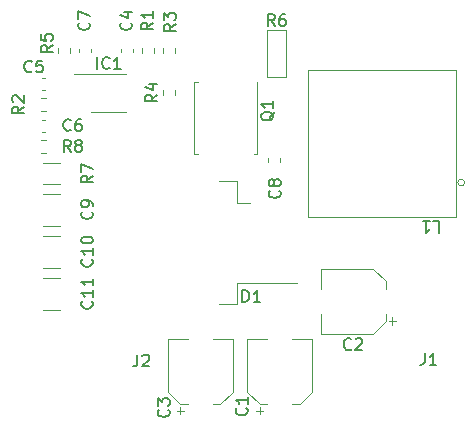
<source format=gbr>
%TF.GenerationSoftware,KiCad,Pcbnew,6.0.10-86aedd382b~118~ubuntu20.04.1*%
%TF.CreationDate,2024-03-04T22:47:07-05:00*%
%TF.ProjectId,cold-start-power-supply,636f6c64-2d73-4746-9172-742d706f7765,rev?*%
%TF.SameCoordinates,Original*%
%TF.FileFunction,Legend,Top*%
%TF.FilePolarity,Positive*%
%FSLAX46Y46*%
G04 Gerber Fmt 4.6, Leading zero omitted, Abs format (unit mm)*
G04 Created by KiCad (PCBNEW 6.0.10-86aedd382b~118~ubuntu20.04.1) date 2024-03-04 22:47:07*
%MOMM*%
%LPD*%
G01*
G04 APERTURE LIST*
%ADD10C,0.150000*%
%ADD11C,0.120000*%
G04 APERTURE END LIST*
D10*
%TO.C,J1*%
X149178666Y-107656380D02*
X149178666Y-108370666D01*
X149131047Y-108513523D01*
X149035809Y-108608761D01*
X148892952Y-108656380D01*
X148797714Y-108656380D01*
X150178666Y-108656380D02*
X149607238Y-108656380D01*
X149892952Y-108656380D02*
X149892952Y-107656380D01*
X149797714Y-107799238D01*
X149702476Y-107894476D01*
X149607238Y-107942095D01*
%TO.C,L1*%
X149899666Y-96448619D02*
X150375857Y-96448619D01*
X150375857Y-97448619D01*
X149042523Y-96448619D02*
X149613952Y-96448619D01*
X149328238Y-96448619D02*
X149328238Y-97448619D01*
X149423476Y-97305761D01*
X149518714Y-97210523D01*
X149613952Y-97162904D01*
%TO.C,C7*%
X120753142Y-79668666D02*
X120800761Y-79716285D01*
X120848380Y-79859142D01*
X120848380Y-79954380D01*
X120800761Y-80097238D01*
X120705523Y-80192476D01*
X120610285Y-80240095D01*
X120419809Y-80287714D01*
X120276952Y-80287714D01*
X120086476Y-80240095D01*
X119991238Y-80192476D01*
X119896000Y-80097238D01*
X119848380Y-79954380D01*
X119848380Y-79859142D01*
X119896000Y-79716285D01*
X119943619Y-79668666D01*
X119848380Y-79335333D02*
X119848380Y-78668666D01*
X120848380Y-79097238D01*
%TO.C,R5*%
X117673380Y-81573666D02*
X117197190Y-81907000D01*
X117673380Y-82145095D02*
X116673380Y-82145095D01*
X116673380Y-81764142D01*
X116721000Y-81668904D01*
X116768619Y-81621285D01*
X116863857Y-81573666D01*
X117006714Y-81573666D01*
X117101952Y-81621285D01*
X117149571Y-81668904D01*
X117197190Y-81764142D01*
X117197190Y-82145095D01*
X116673380Y-80668904D02*
X116673380Y-81145095D01*
X117149571Y-81192714D01*
X117101952Y-81145095D01*
X117054333Y-81049857D01*
X117054333Y-80811761D01*
X117101952Y-80716523D01*
X117149571Y-80668904D01*
X117244809Y-80621285D01*
X117482904Y-80621285D01*
X117578142Y-80668904D01*
X117625761Y-80716523D01*
X117673380Y-80811761D01*
X117673380Y-81049857D01*
X117625761Y-81145095D01*
X117578142Y-81192714D01*
%TO.C,C3*%
X127484142Y-112434666D02*
X127531761Y-112482285D01*
X127579380Y-112625142D01*
X127579380Y-112720380D01*
X127531761Y-112863238D01*
X127436523Y-112958476D01*
X127341285Y-113006095D01*
X127150809Y-113053714D01*
X127007952Y-113053714D01*
X126817476Y-113006095D01*
X126722238Y-112958476D01*
X126627000Y-112863238D01*
X126579380Y-112720380D01*
X126579380Y-112625142D01*
X126627000Y-112482285D01*
X126674619Y-112434666D01*
X126579380Y-112101333D02*
X126579380Y-111482285D01*
X126960333Y-111815619D01*
X126960333Y-111672761D01*
X127007952Y-111577523D01*
X127055571Y-111529904D01*
X127150809Y-111482285D01*
X127388904Y-111482285D01*
X127484142Y-111529904D01*
X127531761Y-111577523D01*
X127579380Y-111672761D01*
X127579380Y-111958476D01*
X127531761Y-112053714D01*
X127484142Y-112101333D01*
%TO.C,R6*%
X136485333Y-79954380D02*
X136152000Y-79478190D01*
X135913904Y-79954380D02*
X135913904Y-78954380D01*
X136294857Y-78954380D01*
X136390095Y-79002000D01*
X136437714Y-79049619D01*
X136485333Y-79144857D01*
X136485333Y-79287714D01*
X136437714Y-79382952D01*
X136390095Y-79430571D01*
X136294857Y-79478190D01*
X135913904Y-79478190D01*
X137342476Y-78954380D02*
X137152000Y-78954380D01*
X137056761Y-79002000D01*
X137009142Y-79049619D01*
X136913904Y-79192476D01*
X136866285Y-79382952D01*
X136866285Y-79763904D01*
X136913904Y-79859142D01*
X136961523Y-79906761D01*
X137056761Y-79954380D01*
X137247238Y-79954380D01*
X137342476Y-79906761D01*
X137390095Y-79859142D01*
X137437714Y-79763904D01*
X137437714Y-79525809D01*
X137390095Y-79430571D01*
X137342476Y-79382952D01*
X137247238Y-79335333D01*
X137056761Y-79335333D01*
X136961523Y-79382952D01*
X136913904Y-79430571D01*
X136866285Y-79525809D01*
%TO.C,C5*%
X115911333Y-83796142D02*
X115863714Y-83843761D01*
X115720857Y-83891380D01*
X115625619Y-83891380D01*
X115482761Y-83843761D01*
X115387523Y-83748523D01*
X115339904Y-83653285D01*
X115292285Y-83462809D01*
X115292285Y-83319952D01*
X115339904Y-83129476D01*
X115387523Y-83034238D01*
X115482761Y-82939000D01*
X115625619Y-82891380D01*
X115720857Y-82891380D01*
X115863714Y-82939000D01*
X115911333Y-82986619D01*
X116816095Y-82891380D02*
X116339904Y-82891380D01*
X116292285Y-83367571D01*
X116339904Y-83319952D01*
X116435142Y-83272333D01*
X116673238Y-83272333D01*
X116768476Y-83319952D01*
X116816095Y-83367571D01*
X116863714Y-83462809D01*
X116863714Y-83700904D01*
X116816095Y-83796142D01*
X116768476Y-83843761D01*
X116673238Y-83891380D01*
X116435142Y-83891380D01*
X116339904Y-83843761D01*
X116292285Y-83796142D01*
%TO.C,D1*%
X133754904Y-103322380D02*
X133754904Y-102322380D01*
X133993000Y-102322380D01*
X134135857Y-102370000D01*
X134231095Y-102465238D01*
X134278714Y-102560476D01*
X134326333Y-102750952D01*
X134326333Y-102893809D01*
X134278714Y-103084285D01*
X134231095Y-103179523D01*
X134135857Y-103274761D01*
X133993000Y-103322380D01*
X133754904Y-103322380D01*
X135278714Y-103322380D02*
X134707285Y-103322380D01*
X134993000Y-103322380D02*
X134993000Y-102322380D01*
X134897761Y-102465238D01*
X134802523Y-102560476D01*
X134707285Y-102608095D01*
%TO.C,Q1*%
X136437619Y-87217238D02*
X136390000Y-87312476D01*
X136294761Y-87407714D01*
X136151904Y-87550571D01*
X136104285Y-87645809D01*
X136104285Y-87741047D01*
X136342380Y-87693428D02*
X136294761Y-87788666D01*
X136199523Y-87883904D01*
X136009047Y-87931523D01*
X135675714Y-87931523D01*
X135485238Y-87883904D01*
X135390000Y-87788666D01*
X135342380Y-87693428D01*
X135342380Y-87502952D01*
X135390000Y-87407714D01*
X135485238Y-87312476D01*
X135675714Y-87264857D01*
X136009047Y-87264857D01*
X136199523Y-87312476D01*
X136294761Y-87407714D01*
X136342380Y-87502952D01*
X136342380Y-87693428D01*
X136342380Y-86312476D02*
X136342380Y-86883904D01*
X136342380Y-86598190D02*
X135342380Y-86598190D01*
X135485238Y-86693428D01*
X135580476Y-86788666D01*
X135628095Y-86883904D01*
%TO.C,IC1*%
X121451809Y-83600380D02*
X121451809Y-82600380D01*
X122499428Y-83505142D02*
X122451809Y-83552761D01*
X122308952Y-83600380D01*
X122213714Y-83600380D01*
X122070857Y-83552761D01*
X121975619Y-83457523D01*
X121928000Y-83362285D01*
X121880380Y-83171809D01*
X121880380Y-83028952D01*
X121928000Y-82838476D01*
X121975619Y-82743238D01*
X122070857Y-82648000D01*
X122213714Y-82600380D01*
X122308952Y-82600380D01*
X122451809Y-82648000D01*
X122499428Y-82695619D01*
X123451809Y-83600380D02*
X122880380Y-83600380D01*
X123166095Y-83600380D02*
X123166095Y-82600380D01*
X123070857Y-82743238D01*
X122975619Y-82838476D01*
X122880380Y-82886095D01*
%TO.C,C11*%
X121007142Y-103258857D02*
X121054761Y-103306476D01*
X121102380Y-103449333D01*
X121102380Y-103544571D01*
X121054761Y-103687428D01*
X120959523Y-103782666D01*
X120864285Y-103830285D01*
X120673809Y-103877904D01*
X120530952Y-103877904D01*
X120340476Y-103830285D01*
X120245238Y-103782666D01*
X120150000Y-103687428D01*
X120102380Y-103544571D01*
X120102380Y-103449333D01*
X120150000Y-103306476D01*
X120197619Y-103258857D01*
X121102380Y-102306476D02*
X121102380Y-102877904D01*
X121102380Y-102592190D02*
X120102380Y-102592190D01*
X120245238Y-102687428D01*
X120340476Y-102782666D01*
X120388095Y-102877904D01*
X121102380Y-101354095D02*
X121102380Y-101925523D01*
X121102380Y-101639809D02*
X120102380Y-101639809D01*
X120245238Y-101735047D01*
X120340476Y-101830285D01*
X120388095Y-101925523D01*
%TO.C,C6*%
X119213333Y-88749142D02*
X119165714Y-88796761D01*
X119022857Y-88844380D01*
X118927619Y-88844380D01*
X118784761Y-88796761D01*
X118689523Y-88701523D01*
X118641904Y-88606285D01*
X118594285Y-88415809D01*
X118594285Y-88272952D01*
X118641904Y-88082476D01*
X118689523Y-87987238D01*
X118784761Y-87892000D01*
X118927619Y-87844380D01*
X119022857Y-87844380D01*
X119165714Y-87892000D01*
X119213333Y-87939619D01*
X120070476Y-87844380D02*
X119880000Y-87844380D01*
X119784761Y-87892000D01*
X119737142Y-87939619D01*
X119641904Y-88082476D01*
X119594285Y-88272952D01*
X119594285Y-88653904D01*
X119641904Y-88749142D01*
X119689523Y-88796761D01*
X119784761Y-88844380D01*
X119975238Y-88844380D01*
X120070476Y-88796761D01*
X120118095Y-88749142D01*
X120165714Y-88653904D01*
X120165714Y-88415809D01*
X120118095Y-88320571D01*
X120070476Y-88272952D01*
X119975238Y-88225333D01*
X119784761Y-88225333D01*
X119689523Y-88272952D01*
X119641904Y-88320571D01*
X119594285Y-88415809D01*
%TO.C,J2*%
X124855666Y-107783380D02*
X124855666Y-108497666D01*
X124808047Y-108640523D01*
X124712809Y-108735761D01*
X124569952Y-108783380D01*
X124474714Y-108783380D01*
X125284238Y-107878619D02*
X125331857Y-107831000D01*
X125427095Y-107783380D01*
X125665190Y-107783380D01*
X125760428Y-107831000D01*
X125808047Y-107878619D01*
X125855666Y-107973857D01*
X125855666Y-108069095D01*
X125808047Y-108211952D01*
X125236619Y-108783380D01*
X125855666Y-108783380D01*
%TO.C,C2*%
X142962333Y-107308142D02*
X142914714Y-107355761D01*
X142771857Y-107403380D01*
X142676619Y-107403380D01*
X142533761Y-107355761D01*
X142438523Y-107260523D01*
X142390904Y-107165285D01*
X142343285Y-106974809D01*
X142343285Y-106831952D01*
X142390904Y-106641476D01*
X142438523Y-106546238D01*
X142533761Y-106451000D01*
X142676619Y-106403380D01*
X142771857Y-106403380D01*
X142914714Y-106451000D01*
X142962333Y-106498619D01*
X143343285Y-106498619D02*
X143390904Y-106451000D01*
X143486142Y-106403380D01*
X143724238Y-106403380D01*
X143819476Y-106451000D01*
X143867095Y-106498619D01*
X143914714Y-106593857D01*
X143914714Y-106689095D01*
X143867095Y-106831952D01*
X143295666Y-107403380D01*
X143914714Y-107403380D01*
%TO.C,R7*%
X121102380Y-92622666D02*
X120626190Y-92956000D01*
X121102380Y-93194095D02*
X120102380Y-93194095D01*
X120102380Y-92813142D01*
X120150000Y-92717904D01*
X120197619Y-92670285D01*
X120292857Y-92622666D01*
X120435714Y-92622666D01*
X120530952Y-92670285D01*
X120578571Y-92717904D01*
X120626190Y-92813142D01*
X120626190Y-93194095D01*
X120102380Y-92289333D02*
X120102380Y-91622666D01*
X121102380Y-92051238D01*
%TO.C,R2*%
X115260380Y-86780666D02*
X114784190Y-87114000D01*
X115260380Y-87352095D02*
X114260380Y-87352095D01*
X114260380Y-86971142D01*
X114308000Y-86875904D01*
X114355619Y-86828285D01*
X114450857Y-86780666D01*
X114593714Y-86780666D01*
X114688952Y-86828285D01*
X114736571Y-86875904D01*
X114784190Y-86971142D01*
X114784190Y-87352095D01*
X114355619Y-86399714D02*
X114308000Y-86352095D01*
X114260380Y-86256857D01*
X114260380Y-86018761D01*
X114308000Y-85923523D01*
X114355619Y-85875904D01*
X114450857Y-85828285D01*
X114546095Y-85828285D01*
X114688952Y-85875904D01*
X115260380Y-86447333D01*
X115260380Y-85828285D01*
%TO.C,R8*%
X119213333Y-90622380D02*
X118880000Y-90146190D01*
X118641904Y-90622380D02*
X118641904Y-89622380D01*
X119022857Y-89622380D01*
X119118095Y-89670000D01*
X119165714Y-89717619D01*
X119213333Y-89812857D01*
X119213333Y-89955714D01*
X119165714Y-90050952D01*
X119118095Y-90098571D01*
X119022857Y-90146190D01*
X118641904Y-90146190D01*
X119784761Y-90050952D02*
X119689523Y-90003333D01*
X119641904Y-89955714D01*
X119594285Y-89860476D01*
X119594285Y-89812857D01*
X119641904Y-89717619D01*
X119689523Y-89670000D01*
X119784761Y-89622380D01*
X119975238Y-89622380D01*
X120070476Y-89670000D01*
X120118095Y-89717619D01*
X120165714Y-89812857D01*
X120165714Y-89860476D01*
X120118095Y-89955714D01*
X120070476Y-90003333D01*
X119975238Y-90050952D01*
X119784761Y-90050952D01*
X119689523Y-90098571D01*
X119641904Y-90146190D01*
X119594285Y-90241428D01*
X119594285Y-90431904D01*
X119641904Y-90527142D01*
X119689523Y-90574761D01*
X119784761Y-90622380D01*
X119975238Y-90622380D01*
X120070476Y-90574761D01*
X120118095Y-90527142D01*
X120165714Y-90431904D01*
X120165714Y-90241428D01*
X120118095Y-90146190D01*
X120070476Y-90098571D01*
X119975238Y-90050952D01*
%TO.C,C4*%
X124309142Y-79668666D02*
X124356761Y-79716285D01*
X124404380Y-79859142D01*
X124404380Y-79954380D01*
X124356761Y-80097238D01*
X124261523Y-80192476D01*
X124166285Y-80240095D01*
X123975809Y-80287714D01*
X123832952Y-80287714D01*
X123642476Y-80240095D01*
X123547238Y-80192476D01*
X123452000Y-80097238D01*
X123404380Y-79954380D01*
X123404380Y-79859142D01*
X123452000Y-79716285D01*
X123499619Y-79668666D01*
X123737714Y-78811523D02*
X124404380Y-78811523D01*
X123356761Y-79049619D02*
X124071047Y-79287714D01*
X124071047Y-78668666D01*
%TO.C,R1*%
X126182380Y-79668666D02*
X125706190Y-80002000D01*
X126182380Y-80240095D02*
X125182380Y-80240095D01*
X125182380Y-79859142D01*
X125230000Y-79763904D01*
X125277619Y-79716285D01*
X125372857Y-79668666D01*
X125515714Y-79668666D01*
X125610952Y-79716285D01*
X125658571Y-79763904D01*
X125706190Y-79859142D01*
X125706190Y-80240095D01*
X126182380Y-78716285D02*
X126182380Y-79287714D01*
X126182380Y-79002000D02*
X125182380Y-79002000D01*
X125325238Y-79097238D01*
X125420476Y-79192476D01*
X125468095Y-79287714D01*
%TO.C,C1*%
X134088142Y-112307666D02*
X134135761Y-112355285D01*
X134183380Y-112498142D01*
X134183380Y-112593380D01*
X134135761Y-112736238D01*
X134040523Y-112831476D01*
X133945285Y-112879095D01*
X133754809Y-112926714D01*
X133611952Y-112926714D01*
X133421476Y-112879095D01*
X133326238Y-112831476D01*
X133231000Y-112736238D01*
X133183380Y-112593380D01*
X133183380Y-112498142D01*
X133231000Y-112355285D01*
X133278619Y-112307666D01*
X134183380Y-111355285D02*
X134183380Y-111926714D01*
X134183380Y-111641000D02*
X133183380Y-111641000D01*
X133326238Y-111736238D01*
X133421476Y-111831476D01*
X133469095Y-111926714D01*
%TO.C,C9*%
X121007142Y-95670666D02*
X121054761Y-95718285D01*
X121102380Y-95861142D01*
X121102380Y-95956380D01*
X121054761Y-96099238D01*
X120959523Y-96194476D01*
X120864285Y-96242095D01*
X120673809Y-96289714D01*
X120530952Y-96289714D01*
X120340476Y-96242095D01*
X120245238Y-96194476D01*
X120150000Y-96099238D01*
X120102380Y-95956380D01*
X120102380Y-95861142D01*
X120150000Y-95718285D01*
X120197619Y-95670666D01*
X121102380Y-95194476D02*
X121102380Y-95004000D01*
X121054761Y-94908761D01*
X121007142Y-94861142D01*
X120864285Y-94765904D01*
X120673809Y-94718285D01*
X120292857Y-94718285D01*
X120197619Y-94765904D01*
X120150000Y-94813523D01*
X120102380Y-94908761D01*
X120102380Y-95099238D01*
X120150000Y-95194476D01*
X120197619Y-95242095D01*
X120292857Y-95289714D01*
X120530952Y-95289714D01*
X120626190Y-95242095D01*
X120673809Y-95194476D01*
X120721428Y-95099238D01*
X120721428Y-94908761D01*
X120673809Y-94813523D01*
X120626190Y-94765904D01*
X120530952Y-94718285D01*
%TO.C,C8*%
X136882142Y-93892666D02*
X136929761Y-93940285D01*
X136977380Y-94083142D01*
X136977380Y-94178380D01*
X136929761Y-94321238D01*
X136834523Y-94416476D01*
X136739285Y-94464095D01*
X136548809Y-94511714D01*
X136405952Y-94511714D01*
X136215476Y-94464095D01*
X136120238Y-94416476D01*
X136025000Y-94321238D01*
X135977380Y-94178380D01*
X135977380Y-94083142D01*
X136025000Y-93940285D01*
X136072619Y-93892666D01*
X136405952Y-93321238D02*
X136358333Y-93416476D01*
X136310714Y-93464095D01*
X136215476Y-93511714D01*
X136167857Y-93511714D01*
X136072619Y-93464095D01*
X136025000Y-93416476D01*
X135977380Y-93321238D01*
X135977380Y-93130761D01*
X136025000Y-93035523D01*
X136072619Y-92987904D01*
X136167857Y-92940285D01*
X136215476Y-92940285D01*
X136310714Y-92987904D01*
X136358333Y-93035523D01*
X136405952Y-93130761D01*
X136405952Y-93321238D01*
X136453571Y-93416476D01*
X136501190Y-93464095D01*
X136596428Y-93511714D01*
X136786904Y-93511714D01*
X136882142Y-93464095D01*
X136929761Y-93416476D01*
X136977380Y-93321238D01*
X136977380Y-93130761D01*
X136929761Y-93035523D01*
X136882142Y-92987904D01*
X136786904Y-92940285D01*
X136596428Y-92940285D01*
X136501190Y-92987904D01*
X136453571Y-93035523D01*
X136405952Y-93130761D01*
%TO.C,R3*%
X128087380Y-79795666D02*
X127611190Y-80129000D01*
X128087380Y-80367095D02*
X127087380Y-80367095D01*
X127087380Y-79986142D01*
X127135000Y-79890904D01*
X127182619Y-79843285D01*
X127277857Y-79795666D01*
X127420714Y-79795666D01*
X127515952Y-79843285D01*
X127563571Y-79890904D01*
X127611190Y-79986142D01*
X127611190Y-80367095D01*
X127087380Y-79462333D02*
X127087380Y-78843285D01*
X127468333Y-79176619D01*
X127468333Y-79033761D01*
X127515952Y-78938523D01*
X127563571Y-78890904D01*
X127658809Y-78843285D01*
X127896904Y-78843285D01*
X127992142Y-78890904D01*
X128039761Y-78938523D01*
X128087380Y-79033761D01*
X128087380Y-79319476D01*
X128039761Y-79414714D01*
X127992142Y-79462333D01*
%TO.C,R4*%
X126530380Y-85764666D02*
X126054190Y-86098000D01*
X126530380Y-86336095D02*
X125530380Y-86336095D01*
X125530380Y-85955142D01*
X125578000Y-85859904D01*
X125625619Y-85812285D01*
X125720857Y-85764666D01*
X125863714Y-85764666D01*
X125958952Y-85812285D01*
X126006571Y-85859904D01*
X126054190Y-85955142D01*
X126054190Y-86336095D01*
X125863714Y-84907523D02*
X126530380Y-84907523D01*
X125482761Y-85145619D02*
X126197047Y-85383714D01*
X126197047Y-84764666D01*
%TO.C,C10*%
X121007142Y-99702857D02*
X121054761Y-99750476D01*
X121102380Y-99893333D01*
X121102380Y-99988571D01*
X121054761Y-100131428D01*
X120959523Y-100226666D01*
X120864285Y-100274285D01*
X120673809Y-100321904D01*
X120530952Y-100321904D01*
X120340476Y-100274285D01*
X120245238Y-100226666D01*
X120150000Y-100131428D01*
X120102380Y-99988571D01*
X120102380Y-99893333D01*
X120150000Y-99750476D01*
X120197619Y-99702857D01*
X121102380Y-98750476D02*
X121102380Y-99321904D01*
X121102380Y-99036190D02*
X120102380Y-99036190D01*
X120245238Y-99131428D01*
X120340476Y-99226666D01*
X120388095Y-99321904D01*
X120102380Y-98131428D02*
X120102380Y-98036190D01*
X120150000Y-97940952D01*
X120197619Y-97893333D01*
X120292857Y-97845714D01*
X120483333Y-97798095D01*
X120721428Y-97798095D01*
X120911904Y-97845714D01*
X121007142Y-97893333D01*
X121054761Y-97940952D01*
X121102380Y-98036190D01*
X121102380Y-98131428D01*
X121054761Y-98226666D01*
X121007142Y-98274285D01*
X120911904Y-98321904D01*
X120721428Y-98369523D01*
X120483333Y-98369523D01*
X120292857Y-98321904D01*
X120197619Y-98274285D01*
X120150000Y-98226666D01*
X120102380Y-98131428D01*
D11*
%TO.C,L1*%
X139292000Y-96166000D02*
X139292000Y-83666000D01*
X139292000Y-83666000D02*
X151792000Y-83666000D01*
X151792000Y-96166000D02*
X139292000Y-96166000D01*
X151792000Y-83666000D02*
X151792000Y-96166000D01*
X152556981Y-93218000D02*
G75*
G03*
X152556981Y-93218000I-283981J0D01*
G01*
%TO.C,C7*%
X120906000Y-82195580D02*
X120906000Y-81914420D01*
X119886000Y-82195580D02*
X119886000Y-81914420D01*
%TO.C,R5*%
X119140500Y-81804742D02*
X119140500Y-82279258D01*
X118095500Y-81804742D02*
X118095500Y-82279258D01*
%TO.C,C3*%
X127415000Y-106460000D02*
X129115000Y-106460000D01*
X132935000Y-110915563D02*
X132935000Y-106460000D01*
X131870563Y-111980000D02*
X131235000Y-111980000D01*
X128177500Y-112532500D02*
X128802500Y-112532500D01*
X127415000Y-110915563D02*
X127415000Y-106460000D01*
X128490000Y-112845000D02*
X128490000Y-112220000D01*
X131870563Y-111980000D02*
X132935000Y-110915563D01*
X128479437Y-111980000D02*
X129115000Y-111980000D01*
X132935000Y-106460000D02*
X131235000Y-106460000D01*
X128479437Y-111980000D02*
X127415000Y-110915563D01*
%TO.C,R6*%
X135852000Y-80296000D02*
X137452000Y-80296000D01*
X137452000Y-80296000D02*
X137452000Y-84296000D01*
X137452000Y-84296000D02*
X135852000Y-84296000D01*
X135852000Y-84296000D02*
X135852000Y-80296000D01*
%TO.C,C5*%
X117043580Y-84326000D02*
X116762420Y-84326000D01*
X117043580Y-85346000D02*
X116762420Y-85346000D01*
%TO.C,D1*%
X133252000Y-94908000D02*
X134352000Y-94908000D01*
X131752000Y-93098000D02*
X133252000Y-93098000D01*
X131752000Y-103498000D02*
X133252000Y-103498000D01*
X133252000Y-103498000D02*
X133252000Y-101688000D01*
X133252000Y-101688000D02*
X138377000Y-101688000D01*
X133252000Y-93098000D02*
X133252000Y-94908000D01*
%TO.C,Q1*%
X129649000Y-90802000D02*
X129649000Y-84682000D01*
X134719000Y-90802000D02*
X135019000Y-90802000D01*
X129949000Y-90802000D02*
X129649000Y-90802000D01*
X135019000Y-90802000D02*
X135019000Y-84682000D01*
X129999000Y-84682000D02*
X129649000Y-84682000D01*
%TO.C,IC1*%
X122428000Y-87208000D02*
X120928000Y-87208000D01*
X122428000Y-87208000D02*
X123928000Y-87208000D01*
X122428000Y-83988000D02*
X119503000Y-83988000D01*
X122428000Y-83988000D02*
X123928000Y-83988000D01*
%TO.C,C11*%
X118264252Y-103976000D02*
X116841748Y-103976000D01*
X118264252Y-101256000D02*
X116841748Y-101256000D01*
%TO.C,C6*%
X117043580Y-88902000D02*
X116762420Y-88902000D01*
X117043580Y-87882000D02*
X116762420Y-87882000D01*
%TO.C,C2*%
X146441500Y-105248500D02*
X146441500Y-104623500D01*
X146754000Y-104936000D02*
X146129000Y-104936000D01*
X145889000Y-101555437D02*
X145889000Y-102191000D01*
X145889000Y-101555437D02*
X144824563Y-100491000D01*
X140369000Y-106011000D02*
X140369000Y-104311000D01*
X144824563Y-106011000D02*
X140369000Y-106011000D01*
X145889000Y-104946563D02*
X144824563Y-106011000D01*
X144824563Y-100491000D02*
X140369000Y-100491000D01*
X140369000Y-100491000D02*
X140369000Y-102191000D01*
X145889000Y-104946563D02*
X145889000Y-104311000D01*
%TO.C,R7*%
X118329064Y-91546000D02*
X116874936Y-91546000D01*
X118329064Y-93366000D02*
X116874936Y-93366000D01*
%TO.C,R2*%
X117140258Y-86091500D02*
X116665742Y-86091500D01*
X117140258Y-87136500D02*
X116665742Y-87136500D01*
%TO.C,R8*%
X117140258Y-90692500D02*
X116665742Y-90692500D01*
X117140258Y-89647500D02*
X116665742Y-89647500D01*
%TO.C,C4*%
X123442000Y-82195580D02*
X123442000Y-81914420D01*
X124462000Y-82195580D02*
X124462000Y-81914420D01*
%TO.C,R1*%
X125207500Y-81804742D02*
X125207500Y-82279258D01*
X126252500Y-81804742D02*
X126252500Y-82279258D01*
%TO.C,C1*%
X135210437Y-111980000D02*
X134146000Y-110915563D01*
X139666000Y-110915563D02*
X139666000Y-106460000D01*
X135221000Y-112845000D02*
X135221000Y-112220000D01*
X134908500Y-112532500D02*
X135533500Y-112532500D01*
X135210437Y-111980000D02*
X135846000Y-111980000D01*
X134146000Y-106460000D02*
X135846000Y-106460000D01*
X139666000Y-106460000D02*
X137966000Y-106460000D01*
X138601563Y-111980000D02*
X137966000Y-111980000D01*
X134146000Y-110915563D02*
X134146000Y-106460000D01*
X138601563Y-111980000D02*
X139666000Y-110915563D01*
%TO.C,C9*%
X118313252Y-94144000D02*
X116890748Y-94144000D01*
X118313252Y-96864000D02*
X116890748Y-96864000D01*
%TO.C,C8*%
X135888000Y-91453580D02*
X135888000Y-91172420D01*
X136908000Y-91453580D02*
X136908000Y-91172420D01*
%TO.C,R3*%
X128030500Y-81804742D02*
X128030500Y-82279258D01*
X126985500Y-81804742D02*
X126985500Y-82279258D01*
%TO.C,R4*%
X126985500Y-85835258D02*
X126985500Y-85360742D01*
X128030500Y-85835258D02*
X128030500Y-85360742D01*
%TO.C,C10*%
X118313252Y-100420000D02*
X116890748Y-100420000D01*
X118313252Y-97700000D02*
X116890748Y-97700000D01*
%TD*%
M02*

</source>
